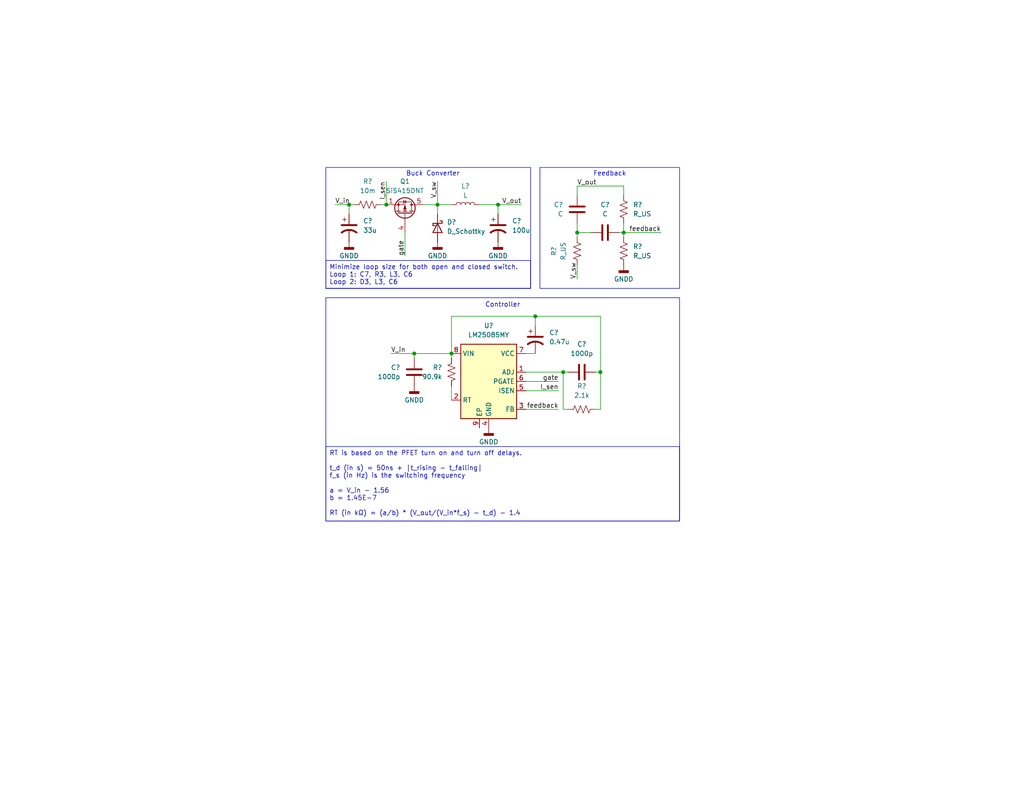
<source format=kicad_sch>
(kicad_sch (version 20250114) (generator "eeschema") (generator_version "9.0")
  (paper "USLetter")
  (lib_symbols
    (symbol "Device:C" (pin_numbers (hide yes)) (pin_names (offset 0.254))
      (property "Reference" "C" (at 0.635 2.54 0))
      (property "Value" "C" (at 0.635 -2.54 0))
      (symbol "C_0_1"
        (polyline (pts (xy -2.032 0.762) (xy 2.032 0.762)) (stroke (width 0.508)))
        (polyline (pts (xy -2.032 -0.762) (xy 2.032 -0.762)) (stroke (width 0.508)))
      )
      (symbol "C_1_1"
        (pin passive line (at 0 3.81 270) (length 2.794) (name "~") (number "1"))
        (pin passive line (at 0 -3.81 90) (length 2.794) (name "~") (number "2"))
      )
    )
    (symbol "Device:C_Polarized_US" (pin_numbers (hide yes)) (pin_names (offset 0.254) (hide yes))
      (property "Reference" "C" (at 0.635 2.54 0))
      (property "Value" "C_Polarized_US" (at 0.635 -2.54 0))
      (symbol "C_Polarized_US_0_1"
        (polyline (pts (xy -2.032 0.762) (xy 2.032 0.762)) (stroke (width 0.508)))
        (polyline (pts (xy -1.778 2.286) (xy -0.762 2.286)))
        (polyline (pts (xy -1.27 1.778) (xy -1.27 2.794)))
        (arc (start -2.032 -1.27) (mid 0 -0.5572) (end 2.032 -1.27) (stroke (width 0.508)))
      )
      (symbol "C_Polarized_US_1_1"
        (pin passive line (at 0 3.81 270) (length 2.794) (name "~") (number "1"))
        (pin passive line (at 0 -3.81 90) (length 3.302) (name "~") (number "2"))
      )
    )
    (symbol "Device:D_Schottky" (pin_numbers (hide yes)) (pin_names (offset 1.016) (hide yes))
      (property "Reference" "D" (at 0 2.54 0))
      (property "Value" "D_Schottky" (at 0 -2.54 0))
      (symbol "D_Schottky_0_1"
        (polyline (pts (xy -1.905 0.635) (xy -1.905 1.27) (xy -1.27 1.27) (xy -1.27 -1.27) (xy -0.635 -1.27) (xy -0.635 -0.635)) (stroke (width 0.254)))
        (polyline (pts (xy 1.27 1.27) (xy 1.27 -1.27) (xy -1.27 0) (xy 1.27 1.27)) (stroke (width 0.254)))
        (polyline (pts (xy 1.27 0) (xy -1.27 0)))
      )
      (symbol "D_Schottky_1_1"
        (pin passive line (at -3.81 0 0) (length 2.54) (name "K") (number "1"))
        (pin passive line (at 3.81 0 180) (length 2.54) (name "A") (number "2"))
      )
    )
    (symbol "Device:L" (pin_numbers (hide yes)) (pin_names (offset 1.016) (hide yes))
      (property "Reference" "L" (at -1.27 0 90))
      (property "Value" "L" (at 1.905 0 90))
      (symbol "L_0_1"
        (arc (start 0 2.54) (mid 0.6323 1.905) (end 0 1.27))
        (arc (start 0 1.27) (mid 0.6323 0.635) (end 0 0))
        (arc (start 0 0) (mid 0.6323 -0.635) (end 0 -1.27))
        (arc (start 0 -1.27) (mid 0.6323 -1.905) (end 0 -2.54))
      )
      (symbol "L_1_1"
        (pin passive line (at 0 3.81 270) (length 1.27) (name "1") (number "1"))
        (pin passive line (at 0 -3.81 90) (length 1.27) (name "2") (number "2"))
      )
    )
    (symbol "Device:R_US" (pin_numbers (hide yes)) (pin_names (offset 0))
      (property "Reference" "R" (at 2.54 0 90))
      (property "Value" "R_US" (at -2.54 0 90))
      (symbol "R_US_0_1"
        (polyline (pts (xy 0 2.286) (xy 0 2.54)))
        (polyline (pts (xy 0 2.286) (xy 1.016 1.905) (xy 0 1.524) (xy -1.016 1.143) (xy 0 0.762)))
        (polyline (pts (xy 0 0.762) (xy 1.016 0.381) (xy 0 0) (xy -1.016 -0.381) (xy 0 -0.762)))
        (polyline (pts (xy 0 -0.762) (xy 1.016 -1.143) (xy 0 -1.524) (xy -1.016 -1.905) (xy 0 -2.286)))
        (polyline (pts (xy 0 -2.286) (xy 0 -2.54)))
      )
      (symbol "R_US_1_1"
        (pin passive line (at 0 3.81 270) (length 1.27) (name "~") (number "1"))
        (pin passive line (at 0 -3.81 90) (length 1.27) (name "~") (number "2"))
      )
    )
    (symbol "Regulator_Switching:LM25085MY"
      (property "Reference" "U" (at -7.62 11.43 0))
      (property "Value" "LM25085MY" (at -1.27 11.43 0))
      (symbol "LM25085MY_0_1"
        (rectangle (start -7.62 10.16) (end 7.62 -10.16) (stroke (width 0.254)) (fill (type background)))
      )
      (symbol "LM25085MY_1_1"
        (pin power_in line (at -10.16 7.62 0) (length 2.54) (name "VIN") (number "8"))
        (pin input line (at -10.16 -5.08 0) (length 2.54) (name "RT") (number "2"))
        (pin passive line (at -2.54 -12.7 90) (length 2.54) (name "EP") (number "9"))
        (pin power_in line (at 0 -12.7 90) (length 2.54) (name "GND") (number "4"))
        (pin power_out line (at 10.16 7.62 180) (length 2.54) (name "VCC") (number "7"))
        (pin input line (at 10.16 2.54 180) (length 2.54) (name "ADJ") (number "1"))
        (pin output line (at 10.16 0 180) (length 2.54) (name "PGATE") (number "6"))
        (pin input line (at 10.16 -2.54 180) (length 2.54) (name "ISEN") (number "5"))
        (pin input line (at 10.16 -7.62 180) (length 2.54) (name "FB") (number "3"))
      )
    )
    (symbol "Transistor_FET:SiS415DNT" (pin_names (hide yes))
      (property "Reference" "Q" (at 5.08 1.905 0))
      (property "Value" "SiS415DNT" (at 5.08 0 0))
      (symbol "SiS415DNT_0_1"
        (polyline (pts (xy 0.254 1.905) (xy 0.254 -1.905)) (stroke (width 0.254)))
        (polyline (pts (xy 0.254 0) (xy -2.54 0)))
        (polyline (pts (xy 0.762 2.286) (xy 0.762 1.27)) (stroke (width 0.254)))
        (polyline (pts (xy 0.762 1.778) (xy 3.302 1.778) (xy 3.302 -1.778) (xy 0.762 -1.778)))
        (polyline (pts (xy 0.762 0.508) (xy 0.762 -0.508)) (stroke (width 0.254)))
        (polyline (pts (xy 0.762 -1.27) (xy 0.762 -2.286)) (stroke (width 0.254)))
        (circle (center 1.651 0) (radius 2.794) (stroke (width 0.254)))
        (polyline (pts (xy 2.286 0) (xy 1.27 0.381) (xy 1.27 -0.381) (xy 2.286 0)) (fill (type outline)))
        (polyline (pts (xy 2.54 2.54) (xy 2.54 1.778)))
        (circle (center 2.54 1.778) (radius 0.254) (fill (type outline)))
        (circle (center 2.54 -1.778) (radius 0.254) (fill (type outline)))
        (polyline (pts (xy 2.54 -2.54) (xy 2.54 0) (xy 0.762 0)))
        (polyline (pts (xy 2.794 -0.508) (xy 2.921 -0.381) (xy 3.683 -0.381) (xy 3.81 -0.254)))
        (polyline (pts (xy 3.302 -0.381) (xy 2.921 0.254) (xy 3.683 0.254) (xy 3.302 -0.381)))
      )
      (symbol "SiS415DNT_1_1"
        (pin passive line (at -5.08 0 0) (length 2.54) (name "G") (number "4"))
        (pin passive line (at 2.54 5.08 270) (length 2.54) (name "D") (number "5"))
        (pin passive line (at 2.54 -5.08 90) (length 2.54) (name "S") (number "1"))
        (pin passive line (at 2.54 -5.08 90) (length 2.54) (hide yes) (name "S") (number "2"))
        (pin passive line (at 2.54 -5.08 90) (length 2.54) (hide yes) (name "S") (number "3"))
      )
    )
    (symbol "power:GNDD" (power) (pin_numbers (hide yes)) (pin_names (offset 0) (hide yes))
      (property "Value" "GNDD" (at 0 -3.175 0))
      (symbol "GNDD_0_1"
        (rectangle (start -1.27 -1.524) (end 1.27 -2.032) (stroke (width 0.254)) (fill (type outline)))
        (polyline (pts (xy 0 0) (xy 0 -1.524)))
      )
      (symbol "GNDD_1_1"
        (pin power_in line (at 0 0 270) (length 0) (name "~") (number "1"))
      )
    )
  )
  (rectangle (start 147.32 45.72) (end 185.42 78.74))
  (rectangle (start 88.9 45.72) (end 144.78 78.74))
  (rectangle (start 88.9 81.28) (end 185.42 142.24))
  (text "Buck Converter" (at 118.11 47.498 0) (effects (font (size 1.27 1.27))))
  (text "Controller" (at 137.16 83.312 0) (effects (font (size 1.27 1.27))))
  (text "Feedback" (at 166.37 47.498 0) (effects (font (size 1.27 1.27))))
  (text_box "Minimize loop size for both open and closed switch.\nLoop 1: C7, R3, L3, C6\nLoop 2: D3, L3, C6" (at 88.9 71.12 0) (size 55.88 7.62) (margins 0.9525 0.9525 0.9525 0.9525) (effects (font (size 1.27 1.27)) (justify left top)))
  (text_box "RT is based on the PFET turn on and turn off delays.\n\nt_d (in s) = 50ns + |t_rising - t_falling|\nf_s (in Hz) is the switching frequency\n\na = V_in - 1.56\nb = 1.45E-7\n\nRT (in kΩ) = (a/b) * (V_out/(V_in*f_s) - t_d) - 1.4" (at 88.9 121.92 0) (size 96.52 20.32) (margins 0.9525 0.9525 0.9525 0.9525) (effects (font (size 1.27 1.27)) (justify left top)))
  (junction (at 123.19 96.52))
  (junction (at 113.03 96.52))
  (junction (at 146.05 86.36))
  (junction (at 95.25 55.88))
  (junction (at 170.18 63.5))
  (junction (at 119.38 55.88))
  (junction (at 105.41 55.88))
  (junction (at 163.83 101.6))
  (junction (at 153.67 101.6))
  (junction (at 135.89 55.88))
  (junction (at 157.48 63.5))
  (wire (pts (xy 119.38 49.53) (xy 119.38 55.88)))
  (wire (pts (xy 115.57 55.88) (xy 119.38 55.88)))
  (wire (pts (xy 153.67 101.6) (xy 153.67 111.76)))
  (wire (pts (xy 135.89 55.88) (xy 135.89 58.42)))
  (wire (pts (xy 157.48 63.5) (xy 161.29 63.5)))
  (wire (pts (xy 157.48 76.2) (xy 157.48 72.39)))
  (wire (pts (xy 130.81 55.88) (xy 135.89 55.88)))
  (wire (pts (xy 143.51 96.52) (xy 146.05 96.52)))
  (wire (pts (xy 157.48 50.8) (xy 170.18 50.8)))
  (wire (pts (xy 95.25 55.88) (xy 95.25 58.42)))
  (wire (pts (xy 170.18 60.96) (xy 170.18 63.5)))
  (wire (pts (xy 162.56 111.76) (xy 163.83 111.76)))
  (wire (pts (xy 95.25 55.88) (xy 96.52 55.88)))
  (wire (pts (xy 123.19 105.41) (xy 123.19 109.22)))
  (wire (pts (xy 105.41 49.53) (xy 105.41 55.88)))
  (wire (pts (xy 157.48 60.96) (xy 157.48 63.5)))
  (wire (pts (xy 146.05 86.36) (xy 146.05 88.9)))
  (wire (pts (xy 170.18 63.5) (xy 170.18 64.77)))
  (wire (pts (xy 106.68 96.52) (xy 113.03 96.52)))
  (wire (pts (xy 157.48 64.77) (xy 157.48 63.5)))
  (wire (pts (xy 123.19 86.36) (xy 146.05 86.36)))
  (wire (pts (xy 163.83 101.6) (xy 162.56 101.6)))
  (wire (pts (xy 163.83 101.6) (xy 163.83 111.76)))
  (wire (pts (xy 123.19 96.52) (xy 123.19 97.79)))
  (wire (pts (xy 143.51 104.14) (xy 152.4 104.14)))
  (wire (pts (xy 154.94 101.6) (xy 153.67 101.6)))
  (wire (pts (xy 152.4 106.68) (xy 143.51 106.68)))
  (wire (pts (xy 113.03 96.52) (xy 123.19 96.52)))
  (wire (pts (xy 157.48 50.8) (xy 157.48 53.34)))
  (wire (pts (xy 163.83 86.36) (xy 163.83 101.6)))
  (wire (pts (xy 170.18 50.8) (xy 170.18 53.34)))
  (wire (pts (xy 153.67 111.76) (xy 154.94 111.76)))
  (wire (pts (xy 119.38 55.88) (xy 123.19 55.88)))
  (wire (pts (xy 180.34 63.5) (xy 170.18 63.5)))
  (wire (pts (xy 168.91 63.5) (xy 170.18 63.5)))
  (wire (pts (xy 123.19 96.52) (xy 123.19 86.36)))
  (wire (pts (xy 135.89 55.88) (xy 142.24 55.88)))
  (wire (pts (xy 105.41 55.88) (xy 104.14 55.88)))
  (wire (pts (xy 119.38 55.88) (xy 119.38 58.42)))
  (wire (pts (xy 91.44 55.88) (xy 95.25 55.88)))
  (wire (pts (xy 110.49 69.85) (xy 110.49 63.5)))
  (wire (pts (xy 152.4 111.76) (xy 143.51 111.76)))
  (wire (pts (xy 143.51 101.6) (xy 153.67 101.6)))
  (wire (pts (xy 146.05 86.36) (xy 163.83 86.36)))
  (wire (pts (xy 113.03 97.79) (xy 113.03 96.52)))
  (label "V_sw" (at 157.48 76.2 90))
  (label "I_sen" (at 152.4 106.68 180))
  (label "V_out" (at 157.48 50.8 0))
  (label "V_in" (at 91.44 55.88 0))
  (label "I_sen" (at 105.41 49.53 270))
  (label "feedback" (at 180.34 63.5 180))
  (label "V_in" (at 106.68 96.52 0))
  (label "feedback" (at 152.4 111.76 180))
  (label "V_out" (at 142.24 55.88 180))
  (label "gate" (at 152.4 104.14 180))
  (label "gate" (at 110.49 69.85 90))
  (label "V_sw" (at 119.38 49.53 270))
  (symbol (lib_id "Device:C") (at 113.03 101.6 0) (mirror y) (unit 1)
    (property "Reference" "C?" (at 109.22 100.3299 0) (effects (justify left)))
    (property "Value" "1000p" (at 109.22 102.8699 0) (effects (justify left)))
    (property "Description" "Unpolarized capacitor" (effects (hide yes)))
  )
  (symbol (lib_id "Device:C_Polarized_US") (at 95.25 62.23 0) (unit 1)
    (property "Reference" "C?" (at 99.06 60.3249 0) (effects (justify left)))
    (property "Value" "33u" (at 99.06 62.8649 0) (effects (justify left)))
    (property "Description" "Polarized capacitor, US symbol" (effects (hide yes)))
  )
  (symbol (lib_id "Transistor_FET:SiS415DNT") (at 110.49 58.42 270) (mirror x) (unit 1)
    (property "Reference" "Q1" (at 110.49 49.53 90))
    (property "Value" "SiS415DNT" (at 110.49 52.07 90))
    (property "Footprint" "Package_SO:Vishay_PowerPAK_1212-8_Single" (effects (hide yes)))
    (property "Datasheet" "https://www.vishay.com/docs/63684/sis415dnt.pdf" (effects (hide yes)))
    (property "Description" "-35A Id, -20V Vds, P-Channel MOSFET, PowerPAK 1212-8 Single" (effects (hide yes)))
  )
  (symbol (lib_id "Device:R_US") (at 158.75 111.76 90) (unit 1)
    (property "Reference" "R?" (at 158.75 105.41 90))
    (property "Value" "2.1k" (at 158.75 107.95 90))
    (property "Description" "Resistor, US symbol" (effects (hide yes)))
  )
  (symbol (lib_id "Device:C") (at 157.48 57.15 0) (mirror y) (unit 1)
    (property "Reference" "C?" (at 153.67 55.8799 0) (effects (justify left)))
    (property "Value" "C" (at 153.67 58.4199 0) (effects (justify left)))
    (property "Description" "Unpolarized capacitor" (effects (hide yes)))
  )
  (symbol (lib_id "Device:C") (at 158.75 101.6 90) (unit 1)
    (property "Reference" "C?" (at 158.75 93.98 90))
    (property "Value" "1000p" (at 158.75 96.52 90))
    (property "Description" "Unpolarized capacitor" (effects (hide yes)))
  )
  (symbol (lib_id "Device:C_Polarized_US") (at 146.05 92.71 0) (unit 1)
    (property "Reference" "C?" (at 149.86 90.8049 0) (effects (justify left)))
    (property "Value" "0.47u" (at 149.86 93.3449 0) (effects (justify left)))
    (property "Description" "Polarized capacitor, US symbol" (effects (hide yes)))
  )
  (symbol (lib_id "Device:C") (at 165.1 63.5 270) (unit 1)
    (property "Reference" "C?" (at 165.1 55.88 90))
    (property "Value" "C" (at 165.1 58.42 90))
    (property "Description" "Unpolarized capacitor" (effects (hide yes)))
  )
  (symbol (lib_id "Device:C_Polarized_US") (at 135.89 62.23 0) (unit 1)
    (property "Reference" "C?" (at 139.7 60.3249 0) (effects (justify left)))
    (property "Value" "100u" (at 139.7 62.8649 0) (effects (justify left)))
    (property "Description" "Polarized capacitor, US symbol" (effects (hide yes)))
  )
  (symbol (lib_id "power:GNDD") (at 119.38 66.04 0) (unit 1)
    (property "Reference" "#PWR?" (effects (hide yes)))
    (property "Value" "GNDD" (at 119.38 69.85 0))
    (property "Description" "Power symbol creates a global label with name \"GNDD\" , digital ground" (effects (hide yes)))
  )
  (symbol (lib_id "power:GNDD") (at 135.89 66.04 0) (unit 1)
    (property "Reference" "#PWR?" (effects (hide yes)))
    (property "Value" "GNDD" (at 135.89 69.85 0))
    (property "Description" "Power symbol creates a global label with name \"GNDD\" , digital ground" (effects (hide yes)))
  )
  (symbol (lib_id "Device:D_Schottky") (at 119.38 62.23 270) (unit 1)
    (property "Reference" "D?" (at 121.92 60.6424 90) (effects (justify left)))
    (property "Value" "D_Schottky" (at 121.92 63.1824 90) (effects (justify left)))
    (property "Description" "Schottky diode" (effects (hide yes)))
  )
  (symbol (lib_id "Device:R_US") (at 100.33 55.88 90) (unit 1)
    (property "Reference" "R?" (at 100.33 49.53 90))
    (property "Value" "10m" (at 100.33 52.07 90))
    (property "Description" "Resistor, US symbol" (effects (hide yes)))
  )
  (symbol (lib_id "power:GNDD") (at 113.03 105.41 0) (unit 1)
    (property "Reference" "#PWR?" (effects (hide yes)))
    (property "Value" "GNDD" (at 113.03 109.22 0))
    (property "Description" "Power symbol creates a global label with name \"GNDD\" , digital ground" (effects (hide yes)))
  )
  (symbol (lib_id "Device:L") (at 127 55.88 90) (unit 1)
    (property "Reference" "L?" (at 127 50.8 90))
    (property "Value" "L" (at 127 53.34 90))
    (property "Description" "Inductor" (effects (hide yes)))
  )
  (symbol (lib_id "Regulator_Switching:LM25085MY") (at 133.35 104.14 0) (unit 1)
    (property "Reference" "U?" (at 133.35 88.9 0))
    (property "Value" "LM25085MY" (at 133.35 91.44 0))
    (property "Footprint" "Package_SO:MSOP-8-1EP_3x3mm_P0.65mm_EP1.73x1.85mm_ThermalVias" (effects (hide yes)))
    (property "Datasheet" "http://www.ti.com/lit/ds/symlink/lm25085.pdf" (effects (hide yes)))
    (property "Description" "42V Constant On-Time PFET Buck Switching Controller, MSOP-8-EP" (effects (hide yes)))
  )
  (symbol (lib_id "power:GNDD") (at 133.35 116.84 0) (unit 1)
    (property "Reference" "#PWR?" (effects (hide yes)))
    (property "Value" "GNDD" (at 133.35 120.65 0))
    (property "Description" "Power symbol creates a global label with name \"GNDD\" , digital ground" (effects (hide yes)))
  )
  (symbol (lib_id "Device:R_US") (at 157.48 68.58 180) (unit 1)
    (property "Reference" "R?" (at 151.13 68.58 90))
    (property "Value" "R_US" (at 153.67 68.58 90))
    (property "Description" "Resistor, US symbol" (effects (hide yes)))
  )
  (symbol (lib_id "power:GNDD") (at 170.18 72.39 0) (unit 1)
    (property "Reference" "#PWR?" (effects (hide yes)))
    (property "Value" "GNDD" (at 170.18 76.2 0))
    (property "Description" "Power symbol creates a global label with name \"GNDD\" , digital ground" (effects (hide yes)))
  )
  (symbol (lib_id "Device:R_US") (at 170.18 68.58 180) (unit 1)
    (property "Reference" "R?" (at 172.72 67.3099 0) (effects (justify right)))
    (property "Value" "R_US" (at 172.72 69.8499 0) (effects (justify right)))
    (property "Description" "Resistor, US symbol" (effects (hide yes)))
  )
  (symbol (lib_id "Device:R_US") (at 170.18 57.15 180) (unit 1)
    (property "Reference" "R?" (at 172.72 55.8799 0) (effects (justify right)))
    (property "Value" "R_US" (at 172.72 58.4199 0) (effects (justify right)))
    (property "Description" "Resistor, US symbol" (effects (hide yes)))
  )
  (symbol (lib_id "Device:R_US") (at 123.19 101.6 0) (mirror y) (unit 1)
    (property "Reference" "R?" (at 120.65 100.3299 0) (effects (justify left)))
    (property "Value" "90.9k" (at 120.65 102.8699 0) (effects (justify left)))
    (property "Description" "Resistor, US symbol" (effects (hide yes)))
  )
  (symbol (lib_id "power:GNDD") (at 95.25 66.04 0) (unit 1)
    (property "Reference" "#PWR?" (effects (hide yes)))
    (property "Value" "GNDD" (at 95.25 69.85 0))
    (property "Description" "Power symbol creates a global label with name \"GNDD\" , digital ground" (effects (hide yes)))
  )
)
</source>
